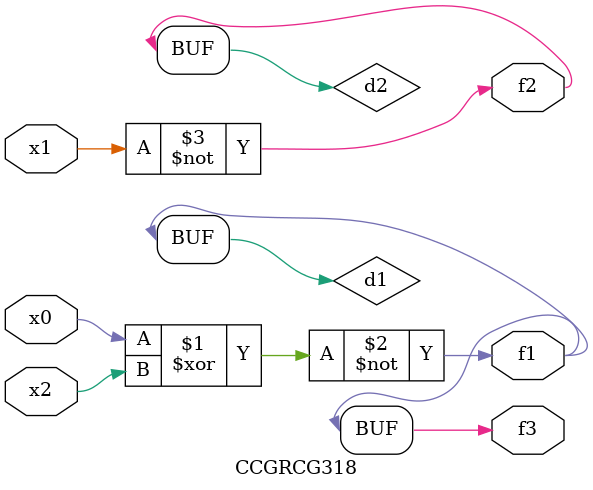
<source format=v>
module CCGRCG318(
	input x0, x1, x2,
	output f1, f2, f3
);

	wire d1, d2, d3;

	xnor (d1, x0, x2);
	nand (d2, x1);
	nor (d3, x1, x2);
	assign f1 = d1;
	assign f2 = d2;
	assign f3 = d1;
endmodule

</source>
